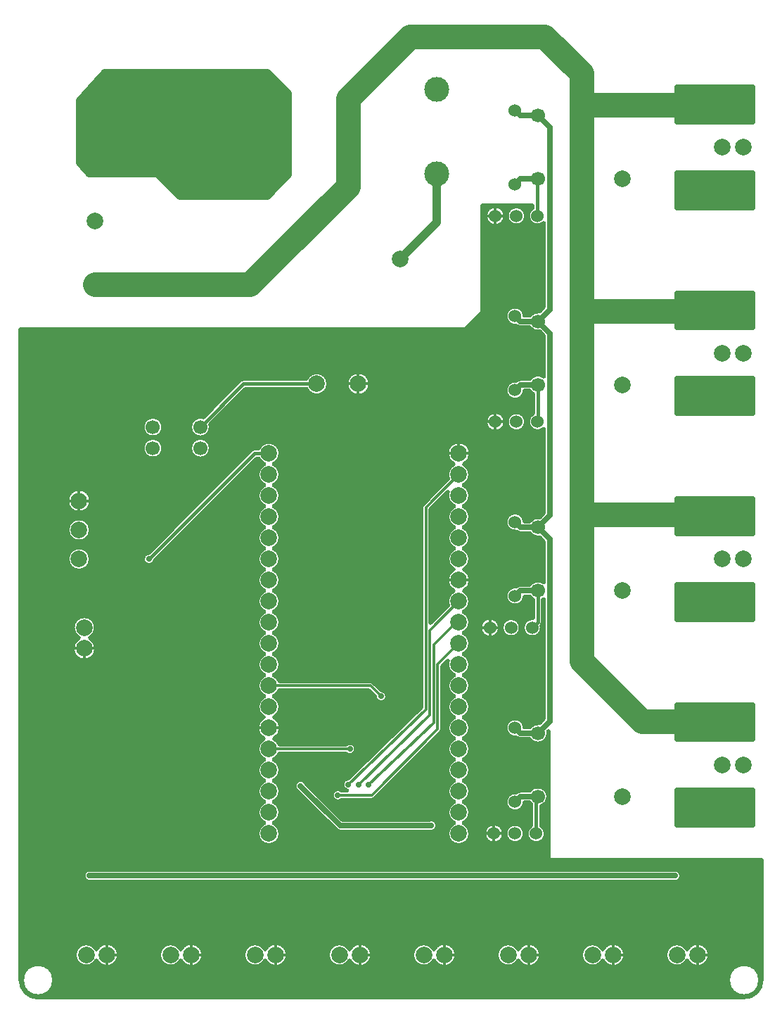
<source format=gbr>
G04 GENERATED BY PULSONIX 12.5 GERBER.DLL 9449*
G04 #@! TF.GenerationSoftware,Pulsonix,Pulsonix,12.5.9449*
G04 #@! TF.CreationDate,2025-07-29T07:21:01--1:00*
G04 #@! TF.Part,Single*
%FSLAX35Y35*%
%LPD*%
%MOMM*%
G04 #@! TF.FileFunction,Copper,L1,Top*
G04 #@! TF.FilePolarity,Positive*
G04 #@! TA.AperFunction,OtherCopper,Copper*
%ADD14C,0.50000*%
%ADD15C,0.30000*%
G04 #@! TA.AperFunction,Conductor*
%ADD16C,0.40640*%
G04 #@! TA.AperFunction,ViaPad*
%ADD17C,0.70000*%
G04 #@! TA.AperFunction,Conductor*
%ADD71C,0.63500*%
G04 #@! TA.AperFunction,ComponentPad*
%ADD78C,2.00000*%
%ADD79C,1.52400*%
%ADD83C,1.70000*%
G04 #@! TA.AperFunction,Conductor*
%ADD90C,0.30480*%
%ADD107C,3.00000*%
G04 #@! TA.AperFunction,ComponentPad*
%ADD112C,3.00000*%
G04 #@! TA.AperFunction,Conductor*
%ADD113C,1.00000*%
G04 #@! TD.AperFunction*
X0Y0D02*
D02*
D14*
X3555050Y11342250D02*
Y3514250D01*
G75*
G03*
X3764250Y3305050I209200J0D01*
G01*
X12264250D01*
G75*
G03*
X12473450Y3514250I0J209200D01*
G01*
Y4960500D01*
X9909500D01*
Y6509690D01*
X9905870Y6506060D01*
G75*
G02*
X9680018Y6412510I-123370J-21560D01*
G01*
X9570779D01*
G75*
G02*
X9520835Y6432385I-279J71990D01*
G01*
G75*
G02*
X9390560Y6548000I-13835J115615D01*
G01*
G75*
G02*
X9623130Y6556490I116440J0D01*
G01*
X9680018D01*
G75*
G02*
X9804060Y6607870I102482J-71990D01*
G01*
X9853385Y6657195D01*
Y8095751D01*
G75*
G02*
X9843060Y8089375I-70889J103246D01*
G01*
Y7823625D01*
G75*
G02*
X9826514Y7782028I-60560J0D01*
G01*
G75*
G02*
X9829815Y7754500I-113139J-27529D01*
G01*
G75*
G02*
X9596935I-116440J0D01*
G01*
G75*
G02*
X9721940Y7870625I116440J0D01*
G01*
Y8089375D01*
G75*
G02*
X9680018Y8127010I60560J109625D01*
G01*
X9623130D01*
G75*
G02*
X9390560Y8135500I-116130J8490D01*
G01*
G75*
G02*
X9520835Y8251115I116440J0D01*
G01*
G75*
G02*
X9570779Y8270990I49665J-52115D01*
G01*
X9680018D01*
G75*
G02*
X9853385Y8302249I102482J-71990D01*
G01*
Y8788305D01*
X9804060Y8837630D01*
G75*
G02*
X9680018Y8889010I-21560J123370D01*
G01*
X9570779D01*
G75*
G02*
X9520835Y8908885I-279J71990D01*
G01*
G75*
G02*
X9390560Y9024500I-13835J115615D01*
G01*
G75*
G02*
X9623130Y9032990I116440J0D01*
G01*
X9680018D01*
G75*
G02*
X9804060Y9084370I102482J-71990D01*
G01*
X9853385Y9133695D01*
Y10143225D01*
G75*
G02*
X9660435Y10231000I-76510J87775D01*
G01*
G75*
G02*
X9721940Y10333667I116440J0D01*
G01*
Y10565875D01*
G75*
G02*
X9680018Y10603510I60560J109625D01*
G01*
X9623130D01*
G75*
G02*
X9390560Y10612000I-116130J8490D01*
G01*
G75*
G02*
X9520835Y10727615I116440J0D01*
G01*
G75*
G02*
X9570779Y10747490I49665J-52115D01*
G01*
X9680018D01*
G75*
G02*
X9853385Y10778749I102482J-71990D01*
G01*
Y11264805D01*
X9804060Y11314130D01*
G75*
G02*
X9680018Y11365510I-21560J123370D01*
G01*
X9570779D01*
G75*
G02*
X9520835Y11385385I-279J71990D01*
G01*
G75*
G02*
X9390560Y11501000I-13835J115615D01*
G01*
G75*
G02*
X9623130Y11509490I116440J0D01*
G01*
X9680018D01*
G75*
G02*
X9804060Y11560870I102482J-71990D01*
G01*
X9853385Y11610195D01*
Y12619725D01*
G75*
G02*
X9660435Y12707500I-76510J87775D01*
G01*
G75*
G02*
X9716315Y12806952I116440J0D01*
G01*
Y12834500D01*
X9115750D01*
Y11548625D01*
X8909375Y11342250D01*
X3555050D01*
X12459490Y3514250D02*
G75*
G02*
X12069010I-195240J0D01*
G01*
G75*
G02*
X12459490I195240J0D01*
G01*
X9639315Y10231000D02*
G75*
G02*
X9406435I-116440J0D01*
G01*
G75*
G02*
X9639315I116440J0D01*
G01*
X9390075D02*
G75*
G02*
X9147675I-121200J0D01*
G01*
G75*
G02*
X9390075I121200J0D01*
G01*
X9575815Y7754500D02*
G75*
G02*
X9342935I-116440J0D01*
G01*
G75*
G02*
X9575815I116440J0D01*
G01*
X9623440Y5278000D02*
G75*
G02*
X9390560I-116440J0D01*
G01*
G75*
G02*
X9623440I116440J0D01*
G01*
X9520835Y5774615D02*
G75*
G02*
X9570779Y5794490I49665J-52115D01*
G01*
X9680018D01*
G75*
G02*
X9907740Y5722500I102482J-71990D01*
G01*
G75*
G02*
X9821560Y5603507I-125240J0D01*
G01*
Y5377452D01*
G75*
G02*
X9877440Y5278000I-60560J-99452D01*
G01*
G75*
G02*
X9644560I-116440J0D01*
G01*
G75*
G02*
X9700440Y5377452I116440J0D01*
G01*
Y5627889D01*
G75*
G02*
X9680018Y5650510I82060J94611D01*
G01*
X9623130D01*
G75*
G02*
X9390560Y5659000I-116130J8490D01*
G01*
G75*
G02*
X9520835Y5774615I116440J0D01*
G01*
X9390075Y12707500D02*
G75*
G02*
X9147675I-121200J0D01*
G01*
G75*
G02*
X9390075I121200J0D01*
G01*
X9639315D02*
G75*
G02*
X9406435I-116440J0D01*
G01*
G75*
G02*
X9639315I116440J0D01*
G01*
X9326575Y7754500D02*
G75*
G02*
X9084175I-121200J0D01*
G01*
G75*
G02*
X9326575I121200J0D01*
G01*
X9374200Y5278000D02*
G75*
G02*
X9131800I-121200J0D01*
G01*
G75*
G02*
X9374200I121200J0D01*
G01*
X3959490Y3514250D02*
G75*
G02*
X3569010I-195240J0D01*
G01*
G75*
G02*
X3959490I195240J0D01*
G01*
X4403000Y9280000D02*
G75*
G02*
X4113000I-145000J0D01*
G01*
G75*
G02*
X4403000I145000J0D01*
G01*
X4398240Y8580000D02*
G75*
G02*
X4117760I-140240J0D01*
G01*
G75*
G02*
X4398240I140240J0D01*
G01*
X4252843Y7632215D02*
G75*
G02*
X4181260Y7754500I68657J122285D01*
G01*
G75*
G02*
X4461740I140240J0D01*
G01*
G75*
G02*
X4390157Y7632215I-140240J0D01*
G01*
G75*
G02*
X4466500Y7504500I-68657J-127715D01*
G01*
G75*
G02*
X4176500I-145000J0D01*
G01*
G75*
G02*
X4252843Y7632215I145000J0D01*
G01*
X4465285Y3886157D02*
G75*
G02*
X4738000Y3817500I127715J-68657D01*
G01*
G75*
G02*
X4465285Y3748843I-145000J0D01*
G01*
G75*
G02*
X4202760Y3817500I-122285J68657D01*
G01*
G75*
G02*
X4465285Y3886157I140240J0D01*
G01*
X4406875Y4841990D02*
X5379125D01*
G75*
G02*
X5422875I21875J-71990D01*
G01*
X6395125D01*
G75*
G02*
X6438875I21875J-71990D01*
G01*
X6903125D01*
G75*
G02*
X6946875I21875J-71990D01*
G01*
X7411125D01*
G75*
G02*
X7454875I21875J-71990D01*
G01*
X8363625D01*
G75*
G02*
X8407375I21875J-71990D01*
G01*
X9379625D01*
G75*
G02*
X9423375I21875J-71990D01*
G01*
X10395625D01*
G75*
G02*
X10439375I21875J-71990D01*
G01*
X11411625D01*
G75*
G02*
X11508740Y4770000I21875J-71990D01*
G01*
G75*
G02*
X11411625Y4698010I-75240J0D01*
G01*
X10439375D01*
G75*
G02*
X10395625I-21875J71990D01*
G01*
X9423375D01*
G75*
G02*
X9379625I-21875J71990D01*
G01*
X8407375D01*
G75*
G02*
X8363625I-21875J71990D01*
G01*
X7454875D01*
G75*
G02*
X7411125I-21875J71990D01*
G01*
X6946875D01*
G75*
G02*
X6903125I-21875J71990D01*
G01*
X6438875D01*
G75*
G02*
X6395125I-21875J71990D01*
G01*
X5422875D01*
G75*
G02*
X5379125I-21875J71990D01*
G01*
X4406875D01*
G75*
G02*
X4309760Y4770000I-21875J71990D01*
G01*
G75*
G02*
X4406875Y4841990I75240J0D01*
G01*
X11577285Y3886157D02*
G75*
G02*
X11850000Y3817500I127715J-68657D01*
G01*
G75*
G02*
X11577285Y3748843I-145000J0D01*
G01*
G75*
G02*
X11314760Y3817500I-122285J68657D01*
G01*
G75*
G02*
X11577285Y3886157I140240J0D01*
G01*
X10561285D02*
G75*
G02*
X10834000Y3817500I127715J-68657D01*
G01*
G75*
G02*
X10561285Y3748843I-145000J0D01*
G01*
G75*
G02*
X10298760Y3817500I-122285J68657D01*
G01*
G75*
G02*
X10561285Y3886157I140240J0D01*
G01*
X9545285D02*
G75*
G02*
X9818000Y3817500I127715J-68657D01*
G01*
G75*
G02*
X9545285Y3748843I-145000J0D01*
G01*
G75*
G02*
X9282760Y3817500I-122285J68657D01*
G01*
G75*
G02*
X9545285Y3886157I140240J0D01*
G01*
X8529285D02*
G75*
G02*
X8802000Y3817500I127715J-68657D01*
G01*
G75*
G02*
X8529285Y3748843I-145000J0D01*
G01*
G75*
G02*
X8266760Y3817500I-122285J68657D01*
G01*
G75*
G02*
X8529285Y3886157I140240J0D01*
G01*
X7513285D02*
G75*
G02*
X7786000Y3817500I127715J-68657D01*
G01*
G75*
G02*
X7513285Y3748843I-145000J0D01*
G01*
G75*
G02*
X7250760Y3817500I-122285J68657D01*
G01*
G75*
G02*
X7513285Y3886157I140240J0D01*
G01*
X6497285D02*
G75*
G02*
X6770000Y3817500I127715J-68657D01*
G01*
G75*
G02*
X6497285Y3748843I-145000J0D01*
G01*
G75*
G02*
X6234760Y3817500I-122285J68657D01*
G01*
G75*
G02*
X6497285Y3886157I140240J0D01*
G01*
X5481285D02*
G75*
G02*
X5754000Y3817500I127715J-68657D01*
G01*
G75*
G02*
X5481285Y3748843I-145000J0D01*
G01*
G75*
G02*
X5218760Y3817500I-122285J68657D01*
G01*
G75*
G02*
X5481285Y3886157I140240J0D01*
G01*
X4398240Y8930000D02*
G75*
G02*
X4117760I-140240J0D01*
G01*
G75*
G02*
X4398240I140240J0D01*
G01*
X5272240Y9913500D02*
G75*
G02*
X5021760I-125240J0D01*
G01*
G75*
G02*
X5272240I125240J0D01*
G01*
X5088125Y8654394D02*
X6326371Y9892640D01*
G75*
G02*
X6369375Y9910560I43004J-42640D01*
G01*
X6417510D01*
G75*
G02*
X6684240Y9850000I126490J-60560D01*
G01*
G75*
G02*
X6603483Y9723000I-140240J0D01*
G01*
G75*
G02*
Y9469000I-59483J-127000D01*
G01*
G75*
G02*
Y9215000I-59483J-127000D01*
G01*
G75*
G02*
Y8961000I-59483J-127000D01*
G01*
G75*
G02*
Y8707000I-59483J-127000D01*
G01*
G75*
G02*
Y8453000I-59483J-127000D01*
G01*
G75*
G02*
Y8199000I-59483J-127000D01*
G01*
G75*
G02*
Y7945000I-59483J-127000D01*
G01*
G75*
G02*
Y7691000I-59483J-127000D01*
G01*
G75*
G02*
Y7437000I-59483J-127000D01*
G01*
G75*
G02*
Y7183000I-59483J-127000D01*
G01*
G75*
G02*
X6672799Y7111480I-59483J-127000D01*
G01*
X7766375D01*
G75*
G02*
X7805754Y7095081I0J-55480D01*
G01*
X7896667Y7004168D01*
G75*
G02*
X7968615Y6929000I-3292J-75168D01*
G01*
G75*
G02*
X7818207Y6925708I-75240J0D01*
G01*
X7743395Y7000520D01*
X6672799D01*
G75*
G02*
X6603483Y6929000I-128799J55480D01*
G01*
G75*
G02*
X6608884Y6677673I-59483J-127000D01*
G01*
G75*
G02*
Y6418327I-64884J-129673D01*
G01*
G75*
G02*
X6672799Y6349480I-64884J-124327D01*
G01*
X7467177D01*
G75*
G02*
X7593240Y6294000I50823J-55480D01*
G01*
G75*
G02*
X7467177Y6238520I-75240J0D01*
G01*
X6672799D01*
G75*
G02*
X6603483Y6167000I-128799J55480D01*
G01*
G75*
G02*
Y5913000I-59483J-127000D01*
G01*
G75*
G02*
Y5659000I-59483J-127000D01*
G01*
G75*
G02*
Y5405000I-59483J-127000D01*
G01*
G75*
G02*
X6684240Y5278000I-59483J-127000D01*
G01*
G75*
G02*
X6403760I-140240J0D01*
G01*
G75*
G02*
X6484517Y5405000I140240J0D01*
G01*
G75*
G02*
Y5659000I59483J127000D01*
G01*
G75*
G02*
Y5913000I59483J127000D01*
G01*
G75*
G02*
Y6167000I59483J127000D01*
G01*
G75*
G02*
X6479116Y6418327I59483J127000D01*
G01*
G75*
G02*
Y6677673I64884J129673D01*
G01*
G75*
G02*
X6484517Y6929000I64884J124327D01*
G01*
G75*
G02*
Y7183000I59483J127000D01*
G01*
G75*
G02*
Y7437000I59483J127000D01*
G01*
G75*
G02*
Y7691000I59483J127000D01*
G01*
G75*
G02*
Y7945000I59483J127000D01*
G01*
G75*
G02*
Y8199000I59483J127000D01*
G01*
G75*
G02*
Y8453000I59483J127000D01*
G01*
G75*
G02*
Y8707000I59483J127000D01*
G01*
G75*
G02*
Y8961000I59483J127000D01*
G01*
G75*
G02*
Y9215000I59483J127000D01*
G01*
G75*
G02*
Y9469000I59483J127000D01*
G01*
G75*
G02*
Y9723000I59483J127000D01*
G01*
G75*
G02*
X6417510Y9789440I59483J127000D01*
G01*
X6394459D01*
X5173769Y8568750D01*
G75*
G02*
X5024135Y8580000I-74394J11250D01*
G01*
G75*
G02*
X5088125Y8654394I75240J0D01*
G01*
X6991371Y5884939D02*
X7431070Y5445240D01*
X8474750D01*
G75*
G02*
X8571865Y5373250I21875J-71990D01*
G01*
G75*
G02*
X8474750Y5301260I-75240J0D01*
G01*
X7401529D01*
G75*
G02*
X7350345Y5322345I-279J71990D01*
G01*
X6889561Y5783129D01*
G75*
G02*
X6849760Y5849500I35439J66371D01*
G01*
G75*
G02*
X6991371Y5884939I75240J0D01*
G01*
X7424323Y5793855D02*
X7482869D01*
G75*
G02*
X7498410Y5942211I17631J73145D01*
G01*
X8377645Y6793753D01*
Y9199125D01*
G75*
G02*
X8394044Y9238504I55480J0D01*
G01*
X8699695Y9544155D01*
G75*
G02*
X8765116Y9720327I130305J51845D01*
G01*
G75*
G02*
X8685000Y9850000I64884J129673D01*
G01*
G75*
G02*
X8975000I145000J0D01*
G01*
G75*
G02*
X8894884Y9720327I-145000J0D01*
G01*
G75*
G02*
X8889483Y9469000I-64884J-124327D01*
G01*
G75*
G02*
Y9215000I-59483J-127000D01*
G01*
G75*
G02*
Y8961000I-59483J-127000D01*
G01*
G75*
G02*
Y8707000I-59483J-127000D01*
G01*
G75*
G02*
X8894884Y8455673I-59483J-127000D01*
G01*
G75*
G02*
Y8196327I-64884J-129673D01*
G01*
G75*
G02*
X8889483Y7945000I-64884J-124327D01*
G01*
G75*
G02*
Y7691000I-59483J-127000D01*
G01*
G75*
G02*
Y7437000I-59483J-127000D01*
G01*
G75*
G02*
Y7183000I-59483J-127000D01*
G01*
G75*
G02*
Y6929000I-59483J-127000D01*
G01*
G75*
G02*
Y6675000I-59483J-127000D01*
G01*
G75*
G02*
Y6421000I-59483J-127000D01*
G01*
G75*
G02*
Y6167000I-59483J-127000D01*
G01*
G75*
G02*
Y5913000I-59483J-127000D01*
G01*
G75*
G02*
Y5659000I-59483J-127000D01*
G01*
G75*
G02*
Y5405000I-59483J-127000D01*
G01*
G75*
G02*
X8970240Y5278000I-59483J-127000D01*
G01*
G75*
G02*
X8689760I-140240J0D01*
G01*
G75*
G02*
X8770517Y5405000I140240J0D01*
G01*
G75*
G02*
Y5659000I59483J127000D01*
G01*
G75*
G02*
Y5913000I59483J127000D01*
G01*
G75*
G02*
Y6167000I59483J127000D01*
G01*
G75*
G02*
Y6421000I59483J127000D01*
G01*
G75*
G02*
Y6675000I59483J127000D01*
G01*
G75*
G02*
Y6929000I59483J127000D01*
G01*
G75*
G02*
Y7183000I59483J127000D01*
G01*
G75*
G02*
X8696077Y7351617I59483J127000D01*
G01*
X8631480Y7287020D01*
Y6532125D01*
G75*
G02*
X8615081Y6492746I-55480J0D01*
G01*
X7821629Y5699294D01*
G75*
G02*
X7782250Y5682895I-39379J39081D01*
G01*
X7424323D01*
G75*
G02*
X7298260Y5738375I-50823J55480D01*
G01*
G75*
G02*
X7424323Y5793855I75240J0D01*
G01*
X5272240Y10167500D02*
G75*
G02*
X5021760I-125240J0D01*
G01*
G75*
G02*
X5272240I125240J0D01*
G01*
X5843740Y9913500D02*
G75*
G02*
X5593260I-125240J0D01*
G01*
G75*
G02*
X5843740I125240J0D01*
G01*
X5753194Y10287838D02*
X6195496Y10730140D01*
G75*
G02*
X6238500Y10748060I43004J-42640D01*
G01*
X6993010D01*
G75*
G02*
X7259740Y10687500I126490J-60560D01*
G01*
G75*
G02*
X6993010Y10626940I-140240J0D01*
G01*
X6263584D01*
X5838838Y10202194D01*
G75*
G02*
X5843740Y10167500I-120338J-34696D01*
G01*
G75*
G02*
X5593260I-125240J0D01*
G01*
G75*
G02*
X5753194Y10287838I125240J0D01*
G01*
X7764500Y10687500D02*
G75*
G02*
X7474500I-145000J0D01*
G01*
G75*
G02*
X7764500I145000J0D01*
G01*
X3555050Y8930000D02*
G36*
X3555050Y8930000D02*
Y8580000D01*
X4117760D01*
G75*
G02*
X4398240I140240J0D01*
G01*
X5024135D01*
G75*
G02*
X5088125Y8654394I75240J0D01*
G01*
X5363731Y8930000D01*
X4398240D01*
G75*
G02*
X4117760I-140240J0D01*
G01*
X3555050D01*
G37*
Y9280000D02*
G36*
X3555050Y9280000D02*
Y8930000D01*
X4117760D01*
G75*
G02*
X4398240I140240J0D01*
G01*
X5363731D01*
X5713731Y9280000D01*
X4403000D01*
G75*
G02*
X4113000I-145000J0D01*
G01*
X3555050D01*
G37*
Y10687500D02*
G36*
X3555050Y10687500D02*
Y10231000D01*
X5039052D01*
G75*
G02*
X5254948I107948J-63500D01*
G01*
X5610552D01*
G75*
G02*
X5753194Y10287838I107948J-63500D01*
G01*
X6152856Y10687500D01*
X3555050D01*
G37*
Y9913500D02*
G36*
X3555050Y9913500D02*
Y9280000D01*
X4113000D01*
G75*
G02*
X4403000I145000J0D01*
G01*
X5713731D01*
X6326371Y9892640D01*
G75*
G02*
X6369375Y9910560I43004J-42640D01*
G01*
X6417510D01*
G75*
G02*
X6418960Y9913500I126491J-60557D01*
G01*
X5843740D01*
G75*
G02*
X5593260I-125240J0D01*
G01*
X5272240D01*
G75*
G02*
X5021760I-125240J0D01*
G01*
X3555050D01*
G37*
Y5611375D02*
G36*
X3555050Y5611375D02*
Y5278000D01*
X6403760D01*
G75*
G02*
X6484517Y5405000I140240J0D01*
G01*
G75*
G02*
X6403760Y5532000I59483J127000D01*
G01*
G75*
G02*
X6428385Y5611375I140240J0D01*
G01*
X3555050D01*
G37*
Y7754500D02*
G36*
X3555050Y7754500D02*
Y5611375D01*
X6428385D01*
G75*
G02*
X6484517Y5659000I115615J-79375D01*
G01*
G75*
G02*
X6403760Y5786000I59483J127000D01*
G01*
G75*
G02*
X6484517Y5913000I140240J0D01*
G01*
G75*
G02*
X6403760Y6040000I59483J127000D01*
G01*
G75*
G02*
X6484517Y6167000I140240J0D01*
G01*
G75*
G02*
X6403760Y6294000I59483J127000D01*
G01*
G75*
G02*
X6479116Y6418327I140240J0D01*
G01*
G75*
G02*
X6399000Y6548000I64884J129673D01*
G01*
G75*
G02*
X6479116Y6677673I145000J0D01*
G01*
G75*
G02*
X6403760Y6802000I64884J124327D01*
G01*
G75*
G02*
X6484517Y6929000I140240J0D01*
G01*
G75*
G02*
X6403760Y7056000I59483J127000D01*
G01*
G75*
G02*
X6484517Y7183000I140240J0D01*
G01*
G75*
G02*
X6403760Y7310000I59483J127000D01*
G01*
G75*
G02*
X6484517Y7437000I140240J0D01*
G01*
G75*
G02*
X6403760Y7564000I59483J127000D01*
G01*
G75*
G02*
X6484517Y7691000I140240J0D01*
G01*
G75*
G02*
X6418960Y7754500I59483J127000D01*
G01*
X4461740D01*
G75*
G02*
X4390157Y7632215I-140240J0D01*
G01*
G75*
G02*
X4466500Y7504500I-68657J-127715D01*
G01*
G75*
G02*
X4176500I-145000J0D01*
G01*
G75*
G02*
X4252843Y7632215I145000J0D01*
G01*
G75*
G02*
X4181260Y7754500I68657J122285D01*
G01*
X3555050D01*
G37*
Y8580000D02*
G36*
X3555050Y8580000D02*
Y7754500D01*
X4181260D01*
G75*
G02*
X4461740I140240J0D01*
G01*
X6418960D01*
G75*
G02*
X6403760Y7818000I125040J63500D01*
G01*
G75*
G02*
X6484517Y7945000I140240J0D01*
G01*
G75*
G02*
X6403760Y8072000I59483J127000D01*
G01*
G75*
G02*
X6484517Y8199000I140240J0D01*
G01*
G75*
G02*
X6403760Y8326000I59483J127000D01*
G01*
G75*
G02*
X6484517Y8453000I140240J0D01*
G01*
G75*
G02*
X6403760Y8580000I59483J127000D01*
G01*
X5185019D01*
X5173769Y8568750D01*
G75*
G02*
X5024135Y8580000I-74394J11250D01*
G01*
X4398240D01*
G75*
G02*
X4117760I-140240J0D01*
G01*
X3555050D01*
G37*
X5185019D02*
G36*
X5185019Y8580000D02*
X6403760D01*
G75*
G02*
X6484517Y8707000I140240J0D01*
G01*
G75*
G02*
X6403760Y8834000I59483J127000D01*
G01*
G75*
G02*
X6441769Y8930000I140240J0D01*
G01*
X5535019D01*
X5185019Y8580000D01*
G37*
X5535019Y8930000D02*
G36*
X5535019Y8930000D02*
X6441769D01*
G75*
G02*
X6484517Y8961000I102231J-96000D01*
G01*
G75*
G02*
X6403760Y9088000I59483J127000D01*
G01*
G75*
G02*
X6484517Y9215000I140240J0D01*
G01*
G75*
G02*
X6418210Y9280000I59483J127000D01*
G01*
X5885019D01*
X5535019Y8930000D01*
G37*
X5885019Y9280000D02*
G36*
X5885019Y9280000D02*
X6418210D01*
G75*
G02*
X6403760Y9342000I125790J62001D01*
G01*
G75*
G02*
X6484517Y9469000I140240J0D01*
G01*
G75*
G02*
X6403760Y9596000I59483J127000D01*
G01*
G75*
G02*
X6484517Y9723000I140240J0D01*
G01*
G75*
G02*
X6417510Y9789440I59483J127000D01*
G01*
X6394459D01*
X5885019Y9280000D01*
G37*
X6603483Y8453000D02*
G36*
X6603483Y8453000D02*
G75*
G02*
X6684240Y8326000I-59483J-127000D01*
G01*
G75*
G02*
X6603483Y8199000I-140240J0D01*
G01*
G75*
G02*
X6684240Y8072000I-59483J-127000D01*
G01*
G75*
G02*
X6603483Y7945000I-140240J0D01*
G01*
G75*
G02*
X6684240Y7818000I-59483J-127000D01*
G01*
G75*
G02*
X6669040Y7754500I-140240J0D01*
G01*
X8377645D01*
Y8580000D01*
X6684240D01*
G75*
G02*
X6603483Y8453000I-140240J0D01*
G01*
G37*
Y8707000D02*
G36*
X6603483Y8707000D02*
G75*
G02*
X6684240Y8580000I-59483J-127000D01*
G01*
X8377645D01*
Y8930000D01*
X6646231D01*
G75*
G02*
X6684240Y8834000I-102231J-96000D01*
G01*
G75*
G02*
X6603483Y8707000I-140240J0D01*
G01*
G37*
Y9215000D02*
G36*
X6603483Y9215000D02*
G75*
G02*
X6684240Y9088000I-59483J-127000D01*
G01*
G75*
G02*
X6603483Y8961000I-140240J0D01*
G01*
G75*
G02*
X6646231Y8930000I-59483J-127000D01*
G01*
X8377645D01*
Y9199125D01*
G75*
G02*
X8394044Y9238504I55480J0D01*
G01*
X8435540Y9280000D01*
X6669790D01*
G75*
G02*
X6603483Y9215000I-125790J62000D01*
G01*
G37*
Y9723000D02*
G36*
X6603483Y9723000D02*
G75*
G02*
X6684240Y9596000I-59483J-127000D01*
G01*
G75*
G02*
X6603483Y9469000I-140240J0D01*
G01*
G75*
G02*
X6684240Y9342000I-59483J-127000D01*
G01*
G75*
G02*
X6669790Y9280000I-140240J1D01*
G01*
X8435540D01*
X8699695Y9544155D01*
G75*
G02*
X8689760Y9596000I130305J51845D01*
G01*
G75*
G02*
X8765116Y9720327I140240J0D01*
G01*
G75*
G02*
X8685000Y9850000I64884J129673D01*
G01*
G75*
G02*
X8699644Y9913500I145000J0D01*
G01*
X6669040D01*
G75*
G02*
X6684240Y9850000I-125040J-63500D01*
G01*
G75*
G02*
X6603483Y9723000I-140240J0D01*
G01*
G37*
Y5405000D02*
G36*
X6603483Y5405000D02*
G75*
G02*
X6684240Y5278000I-59483J-127000D01*
G01*
X8689760D01*
G75*
G02*
X8770517Y5405000I140240J0D01*
G01*
G75*
G02*
X8689760Y5532000I59483J127000D01*
G01*
G75*
G02*
X8714385Y5611375I140240J0D01*
G01*
X7264935D01*
X7431070Y5445240D01*
X8474750D01*
G75*
G02*
X8571865Y5373250I21875J-71990D01*
G01*
G75*
G02*
X8474750Y5301260I-75240J0D01*
G01*
X7401529D01*
G75*
G02*
X7350345Y5322345I-279J71990D01*
G01*
X7061315Y5611375D01*
X6659615D01*
G75*
G02*
X6684240Y5532000I-115615J-79375D01*
G01*
G75*
G02*
X6603483Y5405000I-140240J0D01*
G01*
G37*
Y7691000D02*
G36*
X6603483Y7691000D02*
G75*
G02*
X6684240Y7564000I-59483J-127000D01*
G01*
G75*
G02*
X6603483Y7437000I-140240J0D01*
G01*
G75*
G02*
X6684240Y7310000I-59483J-127000D01*
G01*
G75*
G02*
X6603483Y7183000I-140240J0D01*
G01*
G75*
G02*
X6672799Y7111480I-59483J-127000D01*
G01*
X7766375D01*
G75*
G02*
X7805754Y7095081I0J-55480D01*
G01*
X7896667Y7004168D01*
G75*
G02*
X7968615Y6929000I-3292J-75168D01*
G01*
G75*
G02*
X7818207Y6925708I-75240J0D01*
G01*
X7743395Y7000520D01*
X6672799D01*
G75*
G02*
X6603483Y6929000I-128799J55480D01*
G01*
G75*
G02*
X6684240Y6802000I-59483J-127000D01*
G01*
G75*
G02*
X6608884Y6677673I-140240J0D01*
G01*
G75*
G02*
X6689000Y6548000I-64884J-129673D01*
G01*
G75*
G02*
X6608884Y6418327I-145000J0D01*
G01*
G75*
G02*
X6672799Y6349480I-64884J-124327D01*
G01*
X7467177D01*
G75*
G02*
X7593240Y6294000I50823J-55480D01*
G01*
G75*
G02*
X7467177Y6238520I-75240J0D01*
G01*
X6672799D01*
G75*
G02*
X6603483Y6167000I-128799J55480D01*
G01*
G75*
G02*
X6684240Y6040000I-59483J-127000D01*
G01*
G75*
G02*
X6603483Y5913000I-140240J0D01*
G01*
G75*
G02*
X6684240Y5786000I-59483J-127000D01*
G01*
G75*
G02*
X6603483Y5659000I-140240J0D01*
G01*
G75*
G02*
X6659615Y5611375I-59483J-127000D01*
G01*
X7061315D01*
X6889561Y5783129D01*
G75*
G02*
X6849760Y5849500I35439J66371D01*
G01*
G75*
G02*
X6991371Y5884939I75240J0D01*
G01*
X7264935Y5611375D01*
X8714385D01*
G75*
G02*
X8770517Y5659000I115615J-79375D01*
G01*
G75*
G02*
X8689760Y5786000I59483J127000D01*
G01*
G75*
G02*
X8770517Y5913000I140240J0D01*
G01*
G75*
G02*
X8689760Y6040000I59483J127000D01*
G01*
G75*
G02*
X8770517Y6167000I140240J0D01*
G01*
G75*
G02*
X8689760Y6294000I59483J127000D01*
G01*
G75*
G02*
X8770517Y6421000I140240J0D01*
G01*
G75*
G02*
X8689760Y6548000I59483J127000D01*
G01*
G75*
G02*
X8770517Y6675000I140240J0D01*
G01*
G75*
G02*
X8689760Y6802000I59483J127000D01*
G01*
G75*
G02*
X8770517Y6929000I140240J0D01*
G01*
G75*
G02*
X8689760Y7056000I59483J127000D01*
G01*
G75*
G02*
X8770517Y7183000I140240J0D01*
G01*
G75*
G02*
X8689760Y7310000I59483J127000D01*
G01*
G75*
G02*
X8696077Y7351617I140240J1D01*
G01*
X8631480Y7287020D01*
Y6532125D01*
G75*
G02*
X8615081Y6492746I-55480J0D01*
G01*
X7821629Y5699294D01*
G75*
G02*
X7782250Y5682895I-39379J39081D01*
G01*
X7424323D01*
G75*
G02*
X7298260Y5738375I-50823J55480D01*
G01*
G75*
G02*
X7424323Y5793855I75240J0D01*
G01*
X7482869D01*
G75*
G02*
X7425260Y5867000I17631J73145D01*
G01*
G75*
G02*
X7498410Y5942211I75240J0D01*
G01*
X8377645Y6793753D01*
Y7754500D01*
X6669040D01*
G75*
G02*
X6603483Y7691000I-125040J63500D01*
G01*
G37*
X8889483Y5405000D02*
G36*
X8889483Y5405000D02*
G75*
G02*
X8970240Y5278000I-59483J-127000D01*
G01*
X9131800D01*
G75*
G02*
X9374200I121200J0D01*
G01*
X9390560D01*
G75*
G02*
X9623440I116440J0D01*
G01*
X9644560D01*
G75*
G02*
X9700440Y5377452I116440J0D01*
G01*
Y5611375D01*
X9613255D01*
G75*
G02*
X9400745I-106255J47625D01*
G01*
X8945615D01*
G75*
G02*
X8970240Y5532000I-115615J-79375D01*
G01*
G75*
G02*
X8889483Y5405000I-140240J0D01*
G01*
G37*
X9613255Y5611375D02*
G36*
X9613255Y5611375D02*
X9700440D01*
Y5627889D01*
G75*
G02*
X9680018Y5650510I82060J94611D01*
G01*
X9623130D01*
G75*
G02*
X9613255Y5611375I-116130J8490D01*
G01*
G37*
X9115750Y12834500D02*
G36*
X9115750Y12834500D02*
Y12707500D01*
X9147675D01*
G75*
G02*
X9390075I121200J0D01*
G01*
X9406435D01*
G75*
G02*
X9639315I116440J0D01*
G01*
X9660435D01*
G75*
G02*
X9716315Y12806952I116440J0D01*
G01*
Y12834500D01*
X9115750D01*
G37*
X5867644Y10231000D02*
G36*
X5867644Y10231000D02*
X9147675D01*
G75*
G02*
X9390075I121200J0D01*
G01*
X9406435D01*
G75*
G02*
X9639315I116440J0D01*
G01*
X9660435D01*
G75*
G02*
X9721940Y10333667I116440J0D01*
G01*
Y10565875D01*
G75*
G02*
X9680018Y10603510I60560J109625D01*
G01*
X9623130D01*
G75*
G02*
X9390560Y10612000I-116130J8490D01*
G01*
G75*
G02*
X9418355Y10687500I116440J-1D01*
G01*
X7764500D01*
G75*
G02*
X7474500I-145000J0D01*
G01*
X7259740D01*
G75*
G02*
X6993010Y10626940I-140240J0D01*
G01*
X6263584D01*
X5867644Y10231000D01*
G37*
X9826514Y7782028D02*
G36*
X9826514Y7782028D02*
G75*
G02*
X9829815Y7754500I-113139J-27529D01*
G01*
X9853385D01*
Y8095751D01*
G75*
G02*
X9843060Y8089375I-70889J103246D01*
G01*
Y7823625D01*
G75*
G02*
X9826514Y7782028I-60560J0D01*
G01*
G37*
X8889483Y7945000D02*
G36*
X8889483Y7945000D02*
G75*
G02*
X8970240Y7818000I-59483J-127000D01*
G01*
G75*
G02*
X8955040Y7754500I-140240J0D01*
G01*
X9084175D01*
G75*
G02*
X9326575I121200J0D01*
G01*
X9342935D01*
G75*
G02*
X9575815I116440J0D01*
G01*
X9596935D01*
G75*
G02*
X9721940Y7870625I116440J0D01*
G01*
Y8089375D01*
G75*
G02*
X9680018Y8127010I60560J109625D01*
G01*
X9623130D01*
G75*
G02*
X9390560Y8135500I-116130J8490D01*
G01*
G75*
G02*
X9520835Y8251115I116440J0D01*
G01*
G75*
G02*
X9570779Y8270990I49665J-52115D01*
G01*
X9680018D01*
G75*
G02*
X9853385Y8302249I102482J-71990D01*
G01*
Y8580000D01*
X8970240D01*
G75*
G02*
X8894884Y8455673I-140240J0D01*
G01*
G75*
G02*
X8975000Y8326000I-64884J-129673D01*
G01*
G75*
G02*
X8894884Y8196327I-145000J0D01*
G01*
G75*
G02*
X8970240Y8072000I-64884J-124327D01*
G01*
G75*
G02*
X8889483Y7945000I-140240J0D01*
G01*
G37*
Y8707000D02*
G36*
X8889483Y8707000D02*
G75*
G02*
X8970240Y8580000I-59483J-127000D01*
G01*
X9853385D01*
Y8788305D01*
X9804060Y8837630D01*
G75*
G02*
X9680018Y8889010I-21560J123370D01*
G01*
X9570779D01*
G75*
G02*
X9520835Y8908885I-279J71990D01*
G01*
G75*
G02*
X9438971Y8930000I-13835J115615D01*
G01*
X8932231D01*
G75*
G02*
X8970240Y8834000I-102231J-96000D01*
G01*
G75*
G02*
X8889483Y8707000I-140240J0D01*
G01*
G37*
Y9215000D02*
G36*
X8889483Y9215000D02*
G75*
G02*
X8970240Y9088000I-59483J-127000D01*
G01*
G75*
G02*
X8889483Y8961000I-140240J0D01*
G01*
G75*
G02*
X8932231Y8930000I-59483J-127000D01*
G01*
X9438971D01*
G75*
G02*
X9390560Y9024500I68029J94500D01*
G01*
G75*
G02*
X9623130Y9032990I116440J0D01*
G01*
X9680018D01*
G75*
G02*
X9804060Y9084370I102482J-71990D01*
G01*
X9853385Y9133695D01*
Y9280000D01*
X8955790D01*
G75*
G02*
X8889483Y9215000I-125790J62000D01*
G01*
G37*
Y9469000D02*
G36*
X8889483Y9469000D02*
G75*
G02*
X8970240Y9342000I-59483J-127000D01*
G01*
G75*
G02*
X8955790Y9280000I-140240J1D01*
G01*
X9853385D01*
Y9913500D01*
X8960356D01*
G75*
G02*
X8975000Y9850000I-130356J-63500D01*
G01*
G75*
G02*
X8894884Y9720327I-145000J0D01*
G01*
G75*
G02*
X8970240Y9596000I-64884J-124327D01*
G01*
G75*
G02*
X8889483Y9469000I-140240J0D01*
G01*
G37*
X3555050Y10231000D02*
G36*
X3555050Y10231000D02*
Y9913500D01*
X5021760D01*
G75*
G02*
X5272240I125240J0D01*
G01*
X5593260D01*
G75*
G02*
X5843740I125240J0D01*
G01*
X6418960D01*
G75*
G02*
X6669040I125040J-63500D01*
G01*
X8699644D01*
G75*
G02*
X8960356I130356J-63500D01*
G01*
X9853385D01*
Y10143225D01*
G75*
G02*
X9660435Y10231000I-76510J87775D01*
G01*
X9639315D01*
G75*
G02*
X9406435I-116440J0D01*
G01*
X9390075D01*
G75*
G02*
X9147675I-121200J0D01*
G01*
X5867644D01*
X5838838Y10202194D01*
G75*
G02*
X5843740Y10167500I-120338J-34696D01*
G01*
G75*
G02*
X5593260I-125240J0D01*
G01*
G75*
G02*
X5610552Y10231000I125240J0D01*
G01*
X5254948D01*
G75*
G02*
X5272240Y10167500I-107948J-63500D01*
G01*
G75*
G02*
X5021760I-125240J0D01*
G01*
G75*
G02*
X5039052Y10231000I125240J0D01*
G01*
X3555050D01*
G37*
Y11342250D02*
G36*
X3555050Y11342250D02*
Y10687500D01*
X6152856D01*
X6195496Y10730140D01*
G75*
G02*
X6238500Y10748060I43004J-42640D01*
G01*
X6993010D01*
G75*
G02*
X7259740Y10687500I126490J-60560D01*
G01*
X7474500D01*
G75*
G02*
X7764500I145000J0D01*
G01*
X9418355D01*
G75*
G02*
X9520835Y10727615I88645J-75500D01*
G01*
G75*
G02*
X9570779Y10747490I49665J-52115D01*
G01*
X9680018D01*
G75*
G02*
X9853385Y10778749I102482J-71990D01*
G01*
Y11264805D01*
X9804060Y11314130D01*
G75*
G02*
X9680018Y11365510I-21560J123370D01*
G01*
X9570779D01*
G75*
G02*
X9520835Y11385385I-279J71990D01*
G01*
G75*
G02*
X9390560Y11501000I-13835J115615D01*
G01*
G75*
G02*
X9623130Y11509490I116440J0D01*
G01*
X9680018D01*
G75*
G02*
X9804060Y11560870I102482J-71990D01*
G01*
X9853385Y11610195D01*
Y12619725D01*
G75*
G02*
X9660435Y12707500I-76510J87775D01*
G01*
X9639315D01*
G75*
G02*
X9406435I-116440J0D01*
G01*
X9390075D01*
G75*
G02*
X9147675I-121200J0D01*
G01*
X9115750D01*
Y11548625D01*
X8909375Y11342250D01*
X3555050D01*
G37*
X9821560Y5603507D02*
G36*
X9821560Y5603507D02*
Y5377452D01*
G75*
G02*
X9877440Y5278000I-60560J-99452D01*
G01*
X9909500D01*
Y5611375D01*
X9840260D01*
G75*
G02*
X9821560Y5603507I-57761J111125D01*
G01*
G37*
X8889483Y7691000D02*
G36*
X8889483Y7691000D02*
G75*
G02*
X8970240Y7564000I-59483J-127000D01*
G01*
G75*
G02*
X8889483Y7437000I-140240J0D01*
G01*
G75*
G02*
X8970240Y7310000I-59483J-127000D01*
G01*
G75*
G02*
X8889483Y7183000I-140240J0D01*
G01*
G75*
G02*
X8970240Y7056000I-59483J-127000D01*
G01*
G75*
G02*
X8889483Y6929000I-140240J0D01*
G01*
G75*
G02*
X8970240Y6802000I-59483J-127000D01*
G01*
G75*
G02*
X8889483Y6675000I-140240J0D01*
G01*
G75*
G02*
X8970240Y6548000I-59483J-127000D01*
G01*
G75*
G02*
X8889483Y6421000I-140240J0D01*
G01*
G75*
G02*
X8970240Y6294000I-59483J-127000D01*
G01*
G75*
G02*
X8889483Y6167000I-140240J0D01*
G01*
G75*
G02*
X8970240Y6040000I-59483J-127000D01*
G01*
G75*
G02*
X8889483Y5913000I-140240J0D01*
G01*
G75*
G02*
X8970240Y5786000I-59483J-127000D01*
G01*
G75*
G02*
X8889483Y5659000I-140240J0D01*
G01*
G75*
G02*
X8945615Y5611375I-59483J-127000D01*
G01*
X9400745D01*
G75*
G02*
X9390560Y5659000I106255J47625D01*
G01*
G75*
G02*
X9520835Y5774615I116440J0D01*
G01*
G75*
G02*
X9570779Y5794490I49665J-52115D01*
G01*
X9680018D01*
G75*
G02*
X9907740Y5722500I102482J-71990D01*
G01*
G75*
G02*
X9840260Y5611375I-125240J0D01*
G01*
X9909500D01*
Y6509690D01*
X9905870Y6506060D01*
G75*
G02*
X9907740Y6484500I-123370J-21562D01*
G01*
G75*
G02*
X9680018Y6412510I-125240J0D01*
G01*
X9570779D01*
G75*
G02*
X9520835Y6432385I-279J71990D01*
G01*
G75*
G02*
X9390560Y6548000I-13835J115615D01*
G01*
G75*
G02*
X9623130Y6556490I116440J0D01*
G01*
X9680018D01*
G75*
G02*
X9804060Y6607870I102482J-71990D01*
G01*
X9853385Y6657195D01*
Y7754500D01*
X9829815D01*
G75*
G02*
X9596935I-116440J0D01*
G01*
X9575815D01*
G75*
G02*
X9342935I-116440J0D01*
G01*
X9326575D01*
G75*
G02*
X9084175I-121200J0D01*
G01*
X8955040D01*
G75*
G02*
X8889483Y7691000I-125040J63500D01*
G01*
G37*
X3555050Y3514250D02*
G36*
X3555050Y3514250D02*
G75*
G03*
X3764250Y3305050I209200J0D01*
G01*
X12264250D01*
G75*
G03*
X12473450Y3514250I0J209200D01*
G01*
X12459490D01*
G75*
G02*
X12069010I-195240J0D01*
G01*
X3959490D01*
G75*
G02*
X3569010I-195240J0D01*
G01*
X3555050D01*
G37*
Y3817500D02*
G36*
X3555050Y3817500D02*
Y3514250D01*
X3569010D01*
G75*
G02*
X3959490I195240J0D01*
G01*
X12069010D01*
G75*
G02*
X12459490I195240J0D01*
G01*
X12473450D01*
Y3817500D01*
X11850000D01*
G75*
G02*
X11577285Y3748843I-145000J0D01*
G01*
G75*
G02*
X11314760Y3817500I-122285J68657D01*
G01*
X10834000D01*
G75*
G02*
X10561285Y3748843I-145000J0D01*
G01*
G75*
G02*
X10298760Y3817500I-122285J68657D01*
G01*
X9818000D01*
G75*
G02*
X9545285Y3748843I-145000J0D01*
G01*
G75*
G02*
X9282760Y3817500I-122285J68657D01*
G01*
X8802000D01*
G75*
G02*
X8529285Y3748843I-145000J0D01*
G01*
G75*
G02*
X8266760Y3817500I-122285J68657D01*
G01*
X7786000D01*
G75*
G02*
X7513285Y3748843I-145000J0D01*
G01*
G75*
G02*
X7250760Y3817500I-122285J68657D01*
G01*
X6770000D01*
G75*
G02*
X6497285Y3748843I-145000J0D01*
G01*
G75*
G02*
X6234760Y3817500I-122285J68657D01*
G01*
X5754000D01*
G75*
G02*
X5481285Y3748843I-145000J0D01*
G01*
G75*
G02*
X5218760Y3817500I-122285J68657D01*
G01*
X4738000D01*
G75*
G02*
X4465285Y3748843I-145000J0D01*
G01*
G75*
G02*
X4202760Y3817500I-122285J68657D01*
G01*
X3555050D01*
G37*
Y4770000D02*
G36*
X3555050Y4770000D02*
Y3817500D01*
X4202760D01*
G75*
G02*
X4465285Y3886157I140240J0D01*
G01*
G75*
G02*
X4738000Y3817500I127715J-68657D01*
G01*
X5218760D01*
G75*
G02*
X5481285Y3886157I140240J0D01*
G01*
G75*
G02*
X5754000Y3817500I127715J-68657D01*
G01*
X6234760D01*
G75*
G02*
X6497285Y3886157I140240J0D01*
G01*
G75*
G02*
X6770000Y3817500I127715J-68657D01*
G01*
X7250760D01*
G75*
G02*
X7513285Y3886157I140240J0D01*
G01*
G75*
G02*
X7786000Y3817500I127715J-68657D01*
G01*
X8266760D01*
G75*
G02*
X8529285Y3886157I140240J0D01*
G01*
G75*
G02*
X8802000Y3817500I127715J-68657D01*
G01*
X9282760D01*
G75*
G02*
X9545285Y3886157I140240J0D01*
G01*
G75*
G02*
X9818000Y3817500I127715J-68657D01*
G01*
X10298760D01*
G75*
G02*
X10561285Y3886157I140240J0D01*
G01*
G75*
G02*
X10834000Y3817500I127715J-68657D01*
G01*
X11314760D01*
G75*
G02*
X11577285Y3886157I140240J0D01*
G01*
G75*
G02*
X11850000Y3817500I127715J-68657D01*
G01*
X12473450D01*
Y4770000D01*
X11508740D01*
G75*
G02*
X11411625Y4698010I-75240J0D01*
G01*
X10439375D01*
G75*
G02*
X10395625I-21875J71990D01*
G01*
X9423375D01*
G75*
G02*
X9379625I-21875J71990D01*
G01*
X8407375D01*
G75*
G02*
X8363625I-21875J71990D01*
G01*
X7454875D01*
G75*
G02*
X7411125I-21875J71990D01*
G01*
X6946875D01*
G75*
G02*
X6903125I-21875J71990D01*
G01*
X6438875D01*
G75*
G02*
X6395125I-21875J71990D01*
G01*
X5422875D01*
G75*
G02*
X5379125I-21875J71990D01*
G01*
X4406875D01*
G75*
G02*
X4309760Y4770000I-21875J71990D01*
G01*
X3555050D01*
G37*
Y5278000D02*
G36*
X3555050Y5278000D02*
Y4770000D01*
X4309760D01*
G75*
G02*
X4406875Y4841990I75240J0D01*
G01*
X5379125D01*
G75*
G02*
X5422875I21875J-71990D01*
G01*
X6395125D01*
G75*
G02*
X6438875I21875J-71990D01*
G01*
X6903125D01*
G75*
G02*
X6946875I21875J-71990D01*
G01*
X7411125D01*
G75*
G02*
X7454875I21875J-71990D01*
G01*
X8363625D01*
G75*
G02*
X8407375I21875J-71990D01*
G01*
X9379625D01*
G75*
G02*
X9423375I21875J-71990D01*
G01*
X10395625D01*
G75*
G02*
X10439375I21875J-71990D01*
G01*
X11411625D01*
G75*
G02*
X11508740Y4770000I21875J-71990D01*
G01*
X12473450D01*
Y4960500D01*
X9909500D01*
Y5278000D01*
X9877440D01*
G75*
G02*
X9644560I-116440J0D01*
G01*
X9623440D01*
G75*
G02*
X9390560I-116440J0D01*
G01*
X9374200D01*
G75*
G02*
X9131800I-121200J0D01*
G01*
X8970240D01*
G75*
G02*
X8689760I-140240J0D01*
G01*
X6684240D01*
G75*
G02*
X6403760I-140240J0D01*
G01*
X3555050D01*
G37*
X4242125Y14104500D02*
Y13342500D01*
X4369125Y13199625D01*
X5194625D01*
X5464500Y12929750D01*
X6528125D01*
X6798000Y13199625D01*
Y14183875D01*
X6528125Y14453750D01*
X4559625D01*
X4242125Y14104500D01*
G36*
X4242125Y14104500D02*
Y13342500D01*
X4369125Y13199625D01*
X5194625D01*
X5464500Y12929750D01*
X6528125D01*
X6798000Y13199625D01*
Y14183875D01*
X6528125Y14453750D01*
X4559625D01*
X4242125Y14104500D01*
G37*
X8488605Y9176145D02*
Y7809065D01*
X8699695Y8020155D01*
G75*
G02*
X8765116Y8196327I130305J51845D01*
G01*
G75*
G02*
Y8455673I64884J129673D01*
G01*
G75*
G02*
X8770517Y8707000I64884J124327D01*
G01*
G75*
G02*
Y8961000I59483J127000D01*
G01*
G75*
G02*
Y9215000I59483J127000D01*
G01*
G75*
G02*
X8696077Y9383617I59483J127000D01*
G01*
X8488605Y9176145D01*
G36*
X8488605Y9176145D02*
Y7809065D01*
X8699695Y8020155D01*
G75*
G02*
X8765116Y8196327I130305J51845D01*
G01*
G75*
G02*
Y8455673I64884J129673D01*
G01*
G75*
G02*
X8770517Y8707000I64884J124327D01*
G01*
G75*
G02*
Y8961000I59483J127000D01*
G01*
G75*
G02*
Y9215000I59483J127000D01*
G01*
G75*
G02*
X8696077Y9383617I59483J127000D01*
G01*
X8488605Y9176145D01*
G37*
X11449375Y5801875D02*
Y5373250D01*
X12374250D01*
Y5801875D01*
X11449375D01*
G36*
X11449375Y5801875D02*
Y5373250D01*
X12374250D01*
Y5801875D01*
X11449375D01*
G37*
Y6833750D02*
Y6405125D01*
X12374250D01*
Y6833750D01*
X11449375D01*
G36*
X11449375Y6833750D02*
Y6405125D01*
X12374250D01*
Y6833750D01*
X11449375D01*
G37*
Y8278375D02*
Y7849750D01*
X12374250D01*
Y8278375D01*
X11449375D01*
G36*
X11449375Y8278375D02*
Y7849750D01*
X12374250D01*
Y8278375D01*
X11449375D01*
G37*
Y9310250D02*
Y8881625D01*
X12374250D01*
Y9310250D01*
X11449375D01*
G36*
X11449375Y9310250D02*
Y8881625D01*
X12374250D01*
Y9310250D01*
X11449375D01*
G37*
Y10754875D02*
Y10326250D01*
X12374250D01*
Y10754875D01*
X11449375D01*
G36*
X11449375Y10754875D02*
Y10326250D01*
X12374250D01*
Y10754875D01*
X11449375D01*
G37*
Y11786750D02*
Y11358125D01*
X12374250D01*
Y11786750D01*
X11449375D01*
G36*
X11449375Y11786750D02*
Y11358125D01*
X12374250D01*
Y11786750D01*
X11449375D01*
G37*
Y13231375D02*
Y12802750D01*
X12374250D01*
Y13231375D01*
X11449375D01*
G36*
X11449375Y13231375D02*
Y12802750D01*
X12374250D01*
Y13231375D01*
X11449375D01*
G37*
Y14263250D02*
Y13834625D01*
X12374250D01*
Y14263250D01*
X11449375D01*
G36*
X11449375Y14263250D02*
Y13834625D01*
X12374250D01*
Y14263250D01*
X11449375D01*
G37*
D02*
D15*
X4173000Y9280000D02*
X4113000D01*
X4236500Y7504500D02*
X4176500D01*
X4258000Y9195000D02*
Y9135000D01*
Y9365000D02*
Y9425000D01*
X4321500Y7419500D02*
Y7359500D01*
X4343000Y9280000D02*
X4403000D01*
X4406500Y7504500D02*
X4466500D01*
X4593000Y3732500D02*
Y3672500D01*
Y3902500D02*
Y3962500D01*
X4678000Y3817500D02*
X4738000D01*
X5609000Y3732500D02*
Y3672500D01*
Y3902500D02*
Y3962500D01*
X5694000Y3817500D02*
X5754000D01*
X6459000Y6548000D02*
X6399000D01*
X6625000Y3732500D02*
Y3672500D01*
Y3902500D02*
Y3962500D01*
X6629000Y6548000D02*
X6689000D01*
X6710000Y3817500D02*
X6770000D01*
X7534500Y10687500D02*
X7474500D01*
X7619500Y10602500D02*
Y10542500D01*
Y10772500D02*
Y10832500D01*
X7641000Y3732500D02*
Y3672500D01*
Y3902500D02*
Y3962500D01*
X7704500Y10687500D02*
X7764500D01*
X7726000Y3817500D02*
X7786000D01*
X8657000Y3732500D02*
Y3672500D01*
Y3902500D02*
Y3962500D01*
X8742000Y3817500D02*
X8802000D01*
X8745000Y8326000D02*
X8685000D01*
X8745000Y9850000D02*
X8685000D01*
X8830000Y9935000D02*
Y9995000D01*
X8915000Y8326000D02*
X8975000D01*
X8915000Y9850000D02*
X8975000D01*
X9144175Y7754500D02*
X9084175D01*
X9191800Y5278000D02*
X9131800D01*
X9205375Y7693300D02*
Y7633300D01*
Y7815700D02*
Y7875700D01*
X9207675Y10231000D02*
X9147675D01*
X9207675Y12707500D02*
X9147675D01*
X9253000Y5216800D02*
Y5156800D01*
Y5339200D02*
Y5399200D01*
X9266575Y7754500D02*
X9326575D01*
X9268875Y10169800D02*
Y10109800D01*
Y10292200D02*
Y10352200D01*
Y12646300D02*
Y12586300D01*
Y12768700D02*
Y12828700D01*
X9314200Y5278000D02*
X9374200D01*
X9330075Y10231000D02*
X9390075D01*
X9330075Y12707500D02*
X9390075D01*
X9673000Y3732500D02*
Y3672500D01*
Y3902500D02*
Y3962500D01*
X9758000Y3817500D02*
X9818000D01*
X10689000Y3732500D02*
Y3672500D01*
Y3902500D02*
Y3962500D01*
X10774000Y3817500D02*
X10834000D01*
X11705000Y3732500D02*
Y3672500D01*
Y3902500D02*
Y3962500D01*
X11790000Y3817500D02*
X11850000D01*
D02*
D16*
X6544000Y9850000D02*
X6369375D01*
X5099375Y8580000D01*
X7119500Y10687500D02*
X6238500D01*
X5718500Y10167500D01*
X9782500Y5722500D02*
X9761000Y5701000D01*
Y5278000D01*
X9782500Y8199000D02*
Y7823625D01*
X9713375Y7754500D01*
X9782500Y10675500D02*
Y10236625D01*
X9776875Y10231000D01*
X9782500Y13152000D02*
X9776875Y13146375D01*
Y12707500D01*
D02*
D17*
X4385000Y4770000D03*
X4533500Y8407000D03*
X5099375Y8580000D03*
X5105000Y10756500D03*
X5232000D03*
X5401000Y4770000D03*
X5549500Y9550000D03*
X5613000Y9359500D03*
X6417000Y4770000D03*
X6819500Y9994500D03*
X6925000Y4770000D03*
Y5849500D03*
X6946500Y6057500D03*
Y6629000D03*
Y7200500D03*
X7010000Y9994500D03*
X7073500Y6057500D03*
X7137000Y6629000D03*
X7200500Y9994500D03*
X7264000Y7327500D03*
Y7518000D03*
X7373500Y5738375D03*
X7433000Y4770000D03*
X7500500Y5867000D03*
X7518000Y6121000D03*
Y6294000D03*
X7627500Y5867000D03*
X7746500D03*
X7893375Y6929000D03*
X8026000Y6756000D03*
Y7391000D03*
Y7835500D03*
Y8216500D03*
Y8597500D03*
X8216500Y6756000D03*
Y7391000D03*
X8280000Y9931000D03*
Y10058000D03*
X8385500Y4770000D03*
X8407000Y6121000D03*
X8470500Y5613000D03*
Y5803500D03*
X8496625Y5373250D03*
X8534000Y5105000D03*
Y5232000D03*
Y6184500D03*
X8597500Y10502500D03*
X8915000Y10248500D03*
Y10502500D03*
Y10947000D03*
X9169000Y5994000D03*
Y6311500D03*
X9296000Y8343500D03*
Y8597500D03*
Y11709000D03*
Y11899500D03*
Y12090000D03*
X9401500Y4770000D03*
X9486500Y11010500D03*
X9550000Y9423000D03*
X9613500Y11010500D03*
X9740500Y6946500D03*
Y7264000D03*
Y11010500D03*
Y11709000D03*
Y11899500D03*
Y12090000D03*
X10417500Y4770000D03*
X11433500D03*
D02*
D71*
X5401000D02*
X4385000D01*
X6417000D02*
X5401000D01*
X6925000D02*
X7433000D01*
X6925000D02*
X6417000D01*
X6925000Y5849500D02*
X7401250Y5373250D01*
X8496625D01*
X7433000Y4770000D02*
X8385500D01*
X9401500D01*
X10417500D01*
X9507000Y5659000D02*
X9570500Y5722500D01*
X9782500D01*
X9507000Y11501000D02*
X9570500Y11437500D01*
X9782500D01*
Y6484500D02*
X9570500D01*
X9507000Y6548000D01*
X9782500Y8199000D02*
X9570500D01*
X9507000Y8135500D01*
X9782500Y8961000D02*
X9925375Y8818125D01*
Y6627375D01*
X9782500Y6484500D01*
Y8961000D02*
X9570500D01*
X9507000Y9024500D01*
X9782500Y10675500D02*
X9570500D01*
X9507000Y10612000D01*
X9782500Y11437500D02*
X9925375Y11294625D01*
Y9103875D01*
X9782500Y8961000D01*
Y13152000D02*
X9570500D01*
X9507000Y13088500D01*
X9782500Y13914000D02*
X9925375Y13771125D01*
Y11580375D01*
X9782500Y11437500D01*
Y13914000D02*
X9570500D01*
X9507000Y13977500D01*
X10417500Y4770000D02*
X11433500D01*
D02*
D78*
X4258000Y8580000D03*
Y8930000D03*
Y9280000D03*
X4321500Y7504500D03*
Y7754500D03*
X4343000Y3817500D03*
X4448500Y11882000D03*
Y12644000D03*
Y13406000D03*
X4593000Y3817500D03*
X5359000D03*
X5609000D03*
X6375000D03*
X6544000Y5278000D03*
Y5532000D03*
Y5786000D03*
Y6040000D03*
Y6294000D03*
Y6548000D03*
Y6802000D03*
Y7056000D03*
Y7310000D03*
Y7564000D03*
Y7818000D03*
Y8072000D03*
Y8326000D03*
Y8580000D03*
Y8834000D03*
Y9088000D03*
Y9342000D03*
Y9596000D03*
Y9850000D03*
X6619500Y12187500D03*
X6625000Y3817500D03*
X7119500Y10687500D03*
X7391000Y3817500D03*
X7619500Y10687500D03*
X7641000Y3817500D03*
X8119500Y12187500D03*
X8407000Y3817500D03*
X8657000D03*
X8830000Y5278000D03*
Y5532000D03*
Y5786000D03*
Y6040000D03*
Y6294000D03*
Y6548000D03*
Y6802000D03*
Y7056000D03*
Y7310000D03*
Y7564000D03*
Y7818000D03*
Y8072000D03*
Y8326000D03*
Y8580000D03*
Y8834000D03*
Y9088000D03*
Y9342000D03*
Y9596000D03*
Y9850000D03*
X9423000Y3817500D03*
X9673000D03*
X10439000D03*
X10689000D03*
X10798500Y5722500D03*
Y8199000D03*
Y10675500D03*
Y13152000D03*
X11455000Y3817500D03*
X11560500Y5722500D03*
Y8199000D03*
Y10675500D03*
Y13152000D03*
X11705000Y3817500D03*
X12005000Y5722500D03*
Y6103500D03*
Y6484500D03*
Y8199000D03*
Y8580000D03*
Y8961000D03*
Y10675500D03*
Y11056500D03*
Y11437500D03*
Y13152000D03*
Y13533000D03*
Y13914000D03*
X12259000Y5722500D03*
Y6103500D03*
Y6484500D03*
Y8199000D03*
Y8580000D03*
Y8961000D03*
Y10675500D03*
Y11056500D03*
Y11437500D03*
Y13152000D03*
Y13533000D03*
Y13914000D03*
D02*
D79*
X9205375Y7754500D03*
X9253000Y5278000D03*
X9268875Y10231000D03*
Y12707500D03*
X9459375Y7754500D03*
X9507000Y5278000D03*
Y5659000D03*
Y6548000D03*
Y8135500D03*
Y9024500D03*
Y10612000D03*
Y11501000D03*
Y13088500D03*
Y13977500D03*
X9522875Y10231000D03*
Y12707500D03*
X9713375Y7754500D03*
X9761000Y5278000D03*
X9776875Y10231000D03*
Y12707500D03*
D02*
D83*
X5147000Y9913500D03*
Y10167500D03*
X5718500Y9913500D03*
Y10167500D03*
X9782500Y5722500D03*
Y6484500D03*
Y8199000D03*
Y8961000D03*
Y10675500D03*
Y11437500D03*
Y13152000D03*
Y13914000D03*
D02*
D90*
X6544000Y6294000D02*
X7518000D01*
X7373500Y5738375D02*
X7782250D01*
X8576000Y6532125D01*
Y7310000D01*
X8830000Y7564000D01*
X7893375Y6929000D02*
X7766375Y7056000D01*
X6544000D01*
X8830000Y7818000D02*
X8798250D01*
X8528375Y7548125D01*
Y6613125D01*
X7746500Y5867000D01*
X8830000Y8072000D02*
X8480750Y7722750D01*
Y6702750D01*
X7627500Y5867000D01*
X8830000Y9596000D02*
X8433125Y9199125D01*
Y6770250D01*
X7500500Y5867000D01*
D02*
D107*
X6619500Y12187500D02*
X6314000Y11882000D01*
X4448500D01*
X10306375Y9119750D02*
X11687500D01*
X10306375D02*
Y7357625D01*
X11036625Y6627375D01*
X11703375D01*
X10306375Y11564500D02*
X11719250D01*
X10306375D02*
Y9119750D01*
Y11564500D02*
Y14041000D01*
X11719250D01*
X10306375D02*
Y14422000D01*
X9861875Y14866500D01*
X8242625D01*
X7496500Y14120375D01*
Y13064500D01*
X6619500Y12187500D01*
D02*
D112*
X6303000Y13215500D03*
Y14231500D03*
X8563000Y13215500D03*
Y14231500D03*
D02*
D113*
Y13215500D02*
Y12631000D01*
X8119500Y12187500D01*
X11687500Y9119750D02*
X11846250D01*
X12005000Y8961000D01*
X11703375Y6627375D02*
X11862125D01*
X12005000Y6484500D01*
X11719250Y11564500D02*
X11878000D01*
X12005000Y11437500D01*
X11719250Y14041000D02*
X11878000D01*
X12005000Y13914000D01*
X0Y0D02*
M02*

</source>
